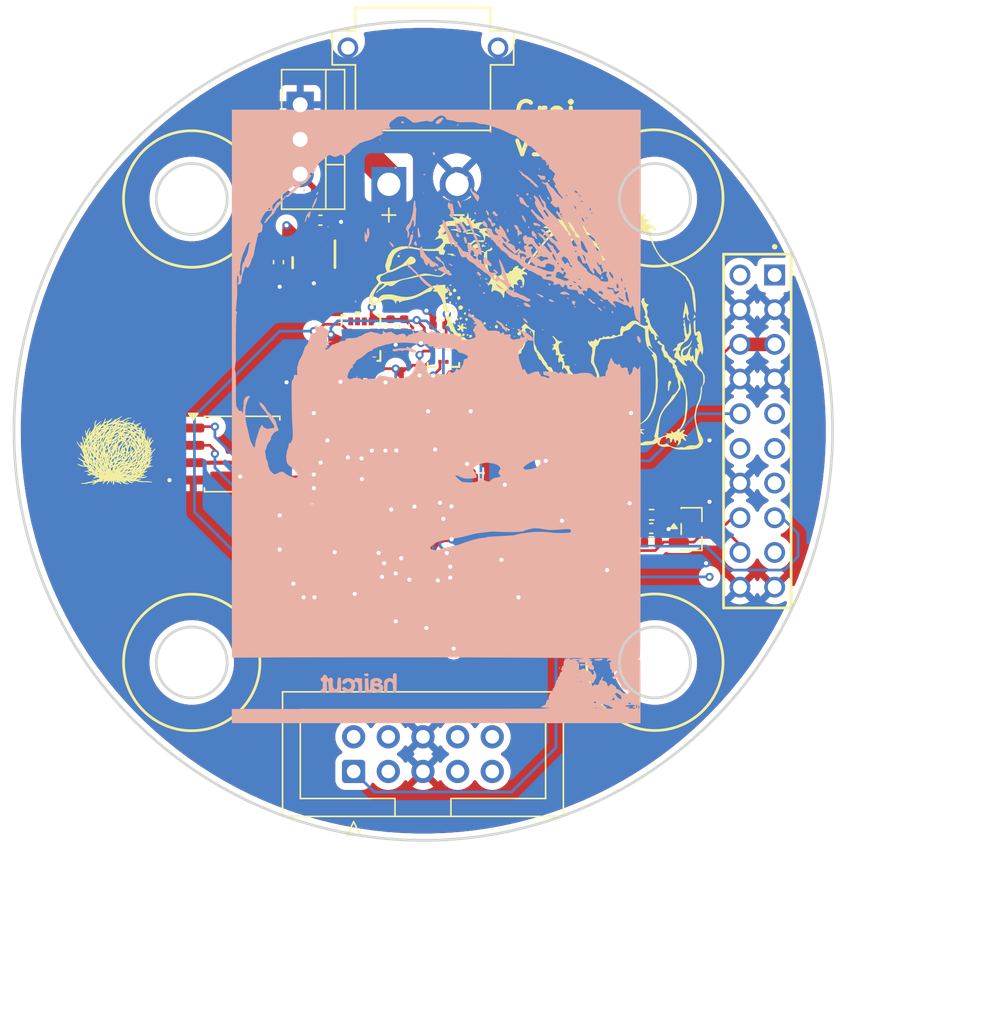
<source format=kicad_pcb>
(kicad_pcb (version 20241229) (generator "pcbnew") (generator_version "9.0")
  (layers (0 "F.Cu" signal) (4 "In1.Cu" signal) (6 "In2.Cu" signal) (2 "B.Cu" signal) (13 "F.Paste" user) (15 "B.Paste" user) (5 "F.SilkS" user "F.Silkscreen") (7 "B.SilkS" user "B.Silkscreen") (1 "F.Mask" user) (3 "B.Mask" user) (25 "Edge.Cuts" user))
  (net 0 "")
  (net 1 "3.3V")
  (net 2 "GND")
  (net 3 "5VLOGIC")
  (net 4 "CAN_out-")
  (net 5 "CAN_out+")
  (net 6 "VBAT")
  (net 8 "CAN-")
  (net 9 "CAN+")
  (net 10 "SWCLK2")
  (net 11 "Flash_CS")
  (net 12 "SPI_MISO")
  (net 13 "SPI_MOSI")
  (net 14 "NRST")
  (net 15 "BME680_CS")
  (net 17 "SWDIO")
  (net 19 "ACCELEROMETER_CS")
  (net 20 "Net-(U3-PF0)")
  (net 28 "Net-(U3-BOOT0)")
  (net 36 "BMP390_CS")
  (net 39 "Net-(U3-PF1)")
  (net 46 "Net-(C26-Pad1)")
  (net 47 "SPICLK")
  (net 52 "IMU_CS")
  (net 66 "Net-(Q1-D)")
  (footprint "Capacitor_SMD:C_0402_1005Metric" (layer "F.Cu") (at 35.686849 53.266247 -90)
    (property "Reference" "C12" (hide yes))
    (property "Value" "10nF" (hide yes))
  )
  (footprint "Capacitor_SMD:C_0402_1005Metric" (layer "F.Cu") (at 46.25 46)
    (property "Reference" "C15" (hide yes))
    (property "Value" "4.7 uF" (hide yes))
  )
  (footprint "footprints:LGA_CC-14-1_ADI" (layer "F.Cu") (at 42.7 41.120901 90)
    (property "Reference" "U2" (hide yes))
    (property "Value" "ADXL375BCCZ" (hide yes))
  )
  (footprint "Capacitor_SMD:C_0402_1005Metric" (layer "F.Cu") (at 39 45)
    (property "Reference" "C6" (hide yes))
    (property "Value" "100 nF" (hide yes))
  )
  (footprint "Capacitor_SMD:C_0402_1005Metric" (layer "F.Cu") (at 46.25 47)
    (property "Reference" "C17" (hide yes))
    (property "Value" "100 nF" (hide yes))
  )
  (footprint "footprints2:XTAL_NX3225GD-8MHZ-STD-CRA-3_NDK" (layer "F.Cu") (at 33.75 50.213314 -90)
    (property "Reference" "XTAL1" (hide yes))
    (property "Value" "NX3225GD-8MHZ-STD-CRA-3" (hide yes))
  )
  (footprint "Capacitor_SMD:C_0402_1005Metric" (layer "F.Cu") (at 34 42.77 -90)
    (property "Reference" "C5" (hide yes))
    (property "Value" "100nF" (hide yes))
  )
  (footprint "Capacitor_SMD:C_0402_1005Metric" (layer "F.Cu") (at 41.48 43.916936)
    (property "Reference" "C3" (hide yes))
    (property "Value" "1uF" (hide yes))
  )
  (footprint "footprints:10LGA_2X2X0p75_BOS" (layer "F.Cu") (at 43.5 36.7126 -90)
    (property "Reference" "U5" (hide yes))
    (property "Value" "BMP390" (hide yes))
  )
  (footprint "Capacitor_SMD:C_0402_1005Metric" (layer "F.Cu") (at 43.827876 56.445652 180)
    (property "Reference" "C8" (hide yes))
    (property "Value" "100 nF" (hide yes))
  )
  (footprint "Capacitor_SMD:C_0402_1005Metric" (layer "F.Cu") (at 58.73 49.7)
    (property "Reference" "C26" (hide yes))
    (property "Value" "47 uF" (hide yes))
  )
  (footprint "Package_SO:SOIC-8_3.9x4.9mm_P1.27mm" (layer "F.Cu") (at 53 49.75)
    (property "Reference" "U8" (hide yes))
    (property "Value" "TJA1051T-3" (hide yes))
  )
  (footprint "Capacitor_SMD:C_0402_1005Metric" (layer "F.Cu") (at 39.623786 34.857426 90)
    (property "Reference" "C9" (hide yes))
    (property "Value" "100nF" (hide yes))
  )
  (footprint "footprints:AMASS_XT30PW-M" (layer "F.Cu") (at 42 14.5)
    (property "Reference" "J2" (hide yes))
    (property "Value" "XT30PW-M" (hide yes))
  )
  (footprint "Capacitor_SMD:C_0402_1005Metric" (layer "F.Cu") (at 31.410129 30.20115 90)
    (property "Reference" "C23" (hide yes))
    (property "Value" "1 uF" (hide yes))
  )
  (footprint "Capacitor_SMD:C_0402_1005Metric" (layer "F.Cu") (at 45.496878 36.523935 -90)
    (property "Reference" "C20" (hide yes))
    (property "Value" "100nF" (hide yes))
  )
  (footprint "Package_SO:SOIC-8_5.3x5.3mm_P1.27mm" (layer "F.Cu") (at 28.75 44.25)
    (property "Reference" "U1" (hide yes))
    (property "Value" "W25Q128JVS" (hide yes))
  )
  (footprint "LOGO" (layer "F.Cu") (at 53 35.5)
    (property "Reference" "G***" (hide yes))
    (property "Value" "LOGO" (hide yes))
  )
  (footprint "Capacitor_SMD:C_0402_1005Metric" (layer "F.Cu") (at 53.25 53 180)
    (property "Reference" "C22" (hide yes))
    (property "Value" "100nF" (hide yes))
  )
  (footprint "Capacitor_SMD:C_0402_1005Metric" (layer "F.Cu") (at 34.411398 53.176884 -90)
    (property "Reference" "C13" (hide yes))
    (property "Value" "100nF" (hide yes))
  )
  (footprint "Capacitor_SMD:C_0402_1005Metric" (layer "F.Cu") (at 48.75 49.75 90)
    (property "Reference" "C25" (hide yes))
    (property "Value" "100nF" (hide yes))
  )
  (footprint "Capacitor_SMD:C_0402_1005Metric" (layer "F.Cu") (at 40.623786 34.857426 90)
    (property "Reference" "C11" (hide yes))
    (property "Value" "1uF" (hide yes))
  )
  (footprint "footprints:SAMTEC_ESQ-110-14-G-D" (layer "F.Cu") (at 66.506247 42.57 90)
    (property "Reference" "J3" (hide yes))
    (property "Value" "ESQ-110-14-G-D" (hide yes))
  )
  (footprint "Capacitor_SMD:C_0402_1005Metric" (layer "F.Cu") (at 32.961013 52.729369 180)
    (property "Reference" "C28" (hide yes))
    (property "Value" "8pF" (hide yes))
  )
  (footprint "Capacitor_SMD:C_0402_1005Metric" (layer "F.Cu") (at 43.822353 57.449454 180)
    (property "Reference" "C7" (hide yes))
    (property "Value" "100 nF" (hide yes))
  )
  (footprint "Package_QFP:LQFP-48_7x7mm_P0.5mm" (layer "F.Cu") (at 41.3375 50.75)
    (property "Reference" "U3" (hide yes))
    (property "Value" "STM32F072C8Tx" (hide yes))
  )
  (footprint "Capacitor_SMD:C_0402_1005Metric" (layer "F.Cu") (at 35.48 54.75)
    (property "Reference" "C10" (hide yes))
    (property "Value" "1uF" (hide yes))
  )
  (footprint "Package_TO_SOT_THT:TO-220-3_Vertical" (layer "F.Cu") (at 33 18.67 -90)
    (property "Reference" "Q1" (hide yes))
    (property "Value" "IPP060N06N" (hide yes))
  )
  (footprint "Resistor_SMD:R_0402_1005Metric" (layer "F.Cu") (at 58.75 50.7)
    (property "Reference" "R7" (hide yes))
    (property "Value" "60Ω" (hide yes))
  )
  (footprint "Capacitor_SMD:C_0402_1005Metric" (layer "F.Cu") (at 34.48062 27.127906)
    (property "Reference" "C21" (hide yes))
    (property "Value" "100nF" (hide yes))
  )
  (footprint "footprints:DBV0005A_M" (layer "F.Cu") (at 34 30.25 -90)
    (property "Reference" "U7" (hide yes))
    (property "Value" "TLV70433DBVT" (hide yes))
  )
  (footprint "Resistor_SMD:R_0402_1005Metric" (layer "F.Cu") (at 58.76 48.7 180)
    (property "Reference" "R6" (hide yes))
    (property "Value" "60Ω" (hide yes))
  )
  (footprint "footprints:LGA-14L_2P5X3X0P83_STM" (layer "F.Cu") (at 37.4563 35.750001 90)
    (property "Reference" "U9" (hide yes))
    (property "Value" "LSM6DSO32TR" (hide yes))
  )
  (footprint "Capacitor_SMD:C_0402_1005Metric" (layer "F.Cu") (at 33.046025 47.735849)
    (property "Reference" "C27" (hide yes))
    (property "Value" "8pF" (hide yes))
  )
  (footprint "Capacitor_SMD:C_0402_1005Metric" (layer "F.Cu") (at 44.338907 43.903285 180)
    (property "Reference" "C1" (hide yes))
    (property "Value" "100nF" (hide yes))
  )
  (footprint "Capacitor_SMD:C_0402_1005Metric" (layer "F.Cu") (at 35.75 47 180)
    (property "Reference" "C4" (hide yes))
    (property "Value" "100 nF" (hide yes))
  )
  (footprint "Resistor_SMD:R_0402_1005Metric" (layer "F.Cu") (at 41.01 45)
    (property "Reference" "R1" (hide yes))
    (property "Value" "10KΩ" (hide yes))
  )
  (footprint "Package_TO_SOT_SMD:SOT-23" (layer "F.Cu") (at 61.6875 49.75)
    (property "Reference" "D2" (hide yes))
    (property "Value" "NUP2105L" (hide yes))
  )
  (footprint "Capacitor_SMD:C_0402_1005Metric" (layer "F.Cu") (at 35.73 46 180)
    (property "Reference" "C2" (hide yes))
    (property "Value" "4.7 uF" (hide yes))
  )
  (footprint "footprints:LGA8_BME680_BOS" (layer "F.Cu") (at 37.757202 41.510301 180)
    (property "Reference" "U4" (hide yes))
    (property "Value" "BME680" (hide yes))
  )
  (footprint "Capacitor_SMD:C_0402_1005Metric" (layer "F.Cu") (at 43.217146 34.817675 180)
    (property "Reference" "C18" (hide yes))
    (property "Value" "100nF" (hide yes))
  )
  (footprint "Capacitor_SMD:C_0402_1005Metric" (layer "F.Cu") (at 47.75 49.75 90)
    (property "Reference" "C24" (hide yes))
    (property "Value" "47 uF" (hide yes))
  )
  (footprint "Connector_IDC:IDC-Header_2x05_P2.54mm_Vertical" (layer "F.Cu") (at 36.92 67.5 90)
    (property "Reference" "J1" (hide yes))
    (property "Value" "JTAG-10 PIN")
  )
  (footprint "Capacitor_SMD:C_0402_1005Metric" (layer "F.Cu") (at 37.766008 39.101667)
    (property "Reference" "C19" (hide yes))
    (property "Value" "100nF" (hide yes))
  )
  (footprint "LOGO" (layer "F.Cu") (at 19.5 44)
    (property "Reference" "G***" (hide yes))
    (property "Value" "LOGO" (hide yes))
  )
  (footprint "LOGO" (layer "B.Cu") (at 43 41.5 180)
    (property "Reference" "G***")
    (property "Value" "LOGO" (hide yes))
  )
  (gr_poly (pts (xy 32.828828 29.271835) (xy 32.75 29) (xy 32.385625 28.703671) (xy 32.75 28.75) (xy 33 29)) (stroke (width 0.2)) (fill yes) (layer "F.Cu") (net 1))
  (gr_poly (pts (xy 40.5 38.25) (xy 40.263543 38.513543) (xy 40.5 38.75)) (stroke (width 0.2)) (fill yes) (layer "F.Cu") (net 12))
  (gr_poly (pts (xy 36.383916 45.800336) (xy 36.66716 46) (xy 36.379273 46.199664)) (stroke (width 0.2)) (fill yes) (layer "F.Cu") (net 1))
  (gr_poly (pts (xy 39.75 38) (xy 40.75 38) (xy 40.263543 38.513543)) (stroke (width 0.2)) (fill yes) (layer "F.Cu") (net 12))
  (gr_poly (pts (xy 34.25 43.75) (xy 33.907263 44.5) (xy 34.602169 44.5)) (stroke (width 0.2)) (fill yes) (layer "F.Cu") (net 47))
  (gr_poly (pts (xy 52.115 50.385) (xy 52.5 50) (xy 52.5 50.75)) (stroke (width 0.2)) (fill yes) (layer "F.Cu") (net 3))
  (gr_poly (pts (xy 38.221368 34.679863) (xy 38.706301 34.356649) (xy 38.206301 34)) (stroke (width 0.2)) (fill yes) (layer "F.Cu") (net 1))
  (gr_poly (pts (xy 35.2063 36.589469) (xy 35.128628 35.343805) (xy 36 35.75)) (stroke (width 0.2)) (fill yes) (layer "F.Cu") (net 47))
  (gr_poly (pts (xy 45.5 48) (xy 46 48) (xy 45.75 47.75)) (stroke (width 0.2)) (fill yes) (layer "F.Cu") (net 1))
  (gr_poly (pts (xy 38.5 45) (xy 38.5 46.5) (xy 37.75 46)) (stroke (width 0.2)) (fill yes) (layer "F.Cu") (net 1))
  (gr_poly (pts (xy 40 44) (xy 41 44) (xy 40.699999 43.451724)) (stroke (width 0.2)) (fill yes) (layer "F.Cu") (net 1))
  (gr_poly (pts (xy 31.804945 27.444843) (xy 31.75 29) (xy 32.046329 28.703671) (xy 33 28.703671) (xy 32.5 27.75)) (stroke (width 0.2)) (fill yes) (layer "F.Cu") (net 1))
  (gr_poly (pts (xy 37.75 44.75) (xy 37.6564 45.4064) (xy 37.350758 45.119527)) (stroke (width 0.2)) (fill yes) (layer "B.Cu") (net 13))
  (gr_poly (pts (xy 35.75 45.25) (xy 35.25 45.75) (xy 36.25 45.75)) (stroke (width 0.2)) (fill yes) (layer "B.Cu") (net 12))
  (gr_poly (pts (xy 37.25 44.09813) (xy 37.75 44.75) (xy 37.350758 45.119527)) (stroke (width 0.2)) (fill yes) (layer "B.Cu") (net 13))
  (gr_circle (center 25.052937 25.575437) (end 30.052937 25.575437) (stroke (width 0.2)) (fill no) (layer "F.SilkS"))
  (gr_circle (center 58.994063 25.5) (end 63.994063 25.5) (stroke (width 0.2)) (fill no) (layer "F.SilkS"))
  (gr_circle (center 58.994063 59.5) (end 63.994063 59.5) (stroke (width 0.2)) (fill no) (layer "F.SilkS"))
  (gr_circle (center 25.052937 59.516563) (end 30.052937 59.516563) (stroke (width 0.2)) (fill no) (layer "F.SilkS"))
  (gr_circle (center 58.994063 25.575437) (end 61.594063 25.575437) (stroke (width 0.2)) (fill no) (layer "Edge.Cuts"))
  (gr_circle (center 42.0235 42.546) (end 72.0235 42.546) (stroke (width 0.2)) (fill no) (layer "Edge.Cuts"))
  (gr_circle (center 58.994063 59.516563) (end 61.594063 59.516563) (stroke (width 0.2)) (fill no) (layer "Edge.Cuts"))
  (gr_circle (center 25.052937 25.575437) (end 27.652937 25.575437) (stroke (width 0.2)) (fill no) (layer "Edge.Cuts"))
  (gr_circle (center 25.052937 59.516563) (end 27.652937 59.516563) (stroke (width 0.2)) (fill no) (layer "Edge.Cuts"))
  (gr_text "Croi\nv1.0" (at 48.5 22.5 0) (layer "F.SilkS") (effects (font (size 1.5 1.5) (thickness 0.3) (bold yes)) (justify left bottom)))
  (gr_text "*" (at 44.5 34.9981 270) (layer "F.SilkS") (effects (font (size 1 1))))
  (gr_text "*" (at 40 43.5 0) (layer "F.SilkS") (effects (font (size 1 1))))
  (gr_text "*" (at 39.95 43.370901 90) (layer "F.SilkS") (effects (font (size 1 1))))
  (segment (start 40.623786 34.377426) (end 38.368576 34.377426) (width 0.2) (layer "F.Cu") (net 1))
  (segment (start 43.697146 34.052854) (end 43.75 34) (width 0.2) (layer "F.Cu") (net 1))
  (segment (start 43.697146 34.817675) (end 43.697146 34.052854) (width 0.2) (layer "F.Cu") (net 1))
  (segment (start 36.21 46) (end 37.43291 46) (width 0.2) (layer "F.Cu") (net 1))
  (segment (start 44.699999 43.784377) (end 44.818907 43.903285) (width 0.2) (layer "F.Cu") (net 1))
  (segment (start 31.432093 29.317907) (end 32.046329 28.703671) (width 0.2) (layer "F.Cu") (net 1))
  (segment (start 37.523996 46.091086) (end 37.523996 45.996004) (width 0.2) (layer "F.Cu") (net 1))
  (segment (start 43.697146 34.817675) (end 43.697146 35.75) (width 0.2) (layer "F.Cu") (net 1))
  (segment (start 35.75 52.761414) (end 35.75 52.653676) (width 0.2) (layer "F.Cu") (net 1))
  (segment (start 36.23 47.48) (end 36.23 47) (width 0.2) (layer "F.Cu") (net 1))
  (segment (start 34 41.25) (end 34 42.29) (width 0.3) (layer "F.Cu") (net 1))
  (segment (start 55.475 52.025) (end 55.475 51.655) (width 0.2) (layer "F.Cu") (net 1))
  (segment (start 38.9563 40.310301) (end 38.9563 40.659096) (width 0.2) (layer "F.Cu") (net 1))
  (segment (start 41.25 36) (end 41.25 35.00364) (width 0.2) (layer "F.Cu") (net 1))
  (segment (start 44.2874 36.212601) (end 45.328212 36.212601) (width 0.2) (layer "F.Cu") (net 1))
  (segment (start 45.328212 36.212601) (end 45.496878 36.043935) (width 0.2) (layer "F.Cu") (net 1))
  (segment (start 35.022398 53.450698) (end 35.022398 54.727602) (width 0.2) (layer "F.Cu") (net 1))
  (segment (start 38.206301 34.539701) (end 38.206301 33.543699) (width 0.2) (layer "F.Cu") (net 1))
  (segment (start 54.5 53) (end 55.475 52.025) (width 0.2) (layer "F.Cu") (net 1))
  (segment (start 36.21 46) (end 36.21 46.98) (width 0.2) (layer "F.Cu") (net 1))
  (segment (start 35.75 52.653676) (end 36.403676 52) (width 0.2) (layer "F.Cu") (net 1))
  (segment (start 37.523996 45.996004) (end 38.52 45) (width 0.2) (layer "F.Cu") (net 1))
  (segment (start 25.1625 44.885) (end 28.115 44.885) (width 0.3) (layer "F.Cu") (net 1))
  (segment (start 44.25 58.5) (end 44.25 56.503528) (width 0.3) (layer "F.Cu") (net 1))
  (segment (start 38.5875 45.0675) (end 38.52 45) (width 0.2) (layer "F.Cu") (net 1))
  (segment (start 44.0875 56.225276) (end 44.307876 56.445652) (width 0.2) (layer "F.Cu") (net 1))
  (segment (start 37.43291 46) (end 37.523996 46.091086) (width 0.2) (layer "F.Cu") (net 1))
  (segment (start 37.357203 39.172862) (end 37.286008 39.101667) (width 0.2) (layer "F.Cu") (net 1))
  (segment (start 35.686849 52.786247) (end 35.022398 53.450698) (width 0.2) (layer "F.Cu") (net 1))
  (segment (start 40.333064 43.916936) (end 41 43.916936) (width 0.2) (layer "F.Cu") (net 1))
  (segment (start 44.25 56.503528) (end 44.307876 56.445652) (width 0.6) (layer "F.Cu") (net 1))
  (segment (start 53.73 53) (end 54.5 53) (width 0.2) (layer "F.Cu") (net 1))
  (segment (start 45.227299 44.977299) (end 45.77 45.52) (width 0.2) (layer "F.Cu") (net 1))
  (segment (start 39.013601 36.851001) (end 40.398999 36.851001) (width 0.2) (layer "F.Cu") (net 1))
  (segment (start 40.258237 43.991763) (end 40.333064 43.916936) (width 0.2) (layer "F.Cu") (net 1))
  (segment (start 45.77 46) (end 45.77 47.73) (width 0.2) (layer "F.Cu") (net 1))
  (segment (start 44.0875 54.9125) (end 44.0875 56.225276) (width 0.2) (layer "F.Cu") (net 1))
  (segment (start 38.9563 40.659096) (end 38.655095 40.960301) (width 0.2) (layer "F.Cu") (net 1))
  (segment (start 38.5875 46.5875) (end 38.5875 45.0675) (width 0.2) (layer "F.Cu") (net 1))
  (segment (start 38.400057 52) (end 37.175 52) (width 0.2) (layer "F.Cu") (net 1))
  (segment (start 38.9563 40.310301) (end 38.9563 39.2937) (width 0.2) (layer "F.Cu") (net 1))
  (segment (start 43.697146 35.75) (end 43.697146 35.872346) (width 0.2) (layer "F.Cu") (net 1))
  (segment (start 34 42.29) (end 32.3925 42.29) (width 0.3) (layer "F.Cu") (net 1))
  (segment (start 40.699999 42.491802) (end 40.699999 43.616935) (width 0.2) (layer "F.Cu") (net 1))
  (segment (start 32.3375 42.345) (end 32.3375 43.615) (width 0.3) (layer "F.Cu") (net 1))
  (segment (start 45.77 45.52) (end 45.77 46) (width 0.2) (layer "F.Cu") (net 1))
  (segment (start 28.115 44.885) (end 29.385 43.615) (width 0.3) (layer "F.Cu") (net 1))
  (segment (start 32.3925 42.29) (end 32.3375 42.345) (width 0.2) (layer "F.Cu") (net 1))
  (segment (start 38.206301 33.543699) (end 38.25 33.5) (width 0.2) (layer "F.Cu") (net 1))
  (segment (start 45.77 47.73) (end 45.5 48) (width 0.2) (layer "F.Cu") (net 1))
  (segment (start 38.650057 52.25) (end 38.400057 52) (width 0.2) (layer "F.Cu") (net 1))
  (segment (start 45.227299 44.977299) (end 44.818907 44.568907) (width 0.2) (layer "F.Cu") (net 1))
  (segment (start 37.357203 40.311203) (end 37.357203 39.172862) (width 0.2) (layer "F.Cu") (net 1))
  (segment (start 36.21 46.98) (end 36.23 47) (width 0.2) (layer "F.Cu") (net 1))
  (segment (start 29.385 43.615) (end 32.3375 43.615) (width 0.3) (layer "F.Cu") (net 1))
  (segment (start 31.432093 29.705404) (end 31.432093 29.317907) (width 0.2) (layer "F.Cu") (net 1))
  (segment (start 35.022398 54.727602) (end 35 54.75) (width 0.2) (layer "F.Cu") (net 1))
  (segment (start 44.307876 57.443931) (end 44.302353 57.449454) (width 0.2) (layer "F.Cu") (net 1))
  (segment (start 33.050002 28.550002) (end 32 27.5) (width 0.6) (layer "F.Cu") (net 1))
  (segment (start 37.7063 40.960301) (end 37.357203 40.611204) (width 0.2) (layer "F.Cu") (net 1))
  (segment (start 33.050002 28.774999) (end 33.050002 28.550002) (width 0.2) (layer "F.Cu") (net 1))
  (segment (start 32.046329 28.703671) (end 32.978674 28.703671) (width 0.2) (layer "F.Cu") (net 1))
  (segment (start 40.398999 36.851001) (end 41.25 36) (width 0.2) (layer "F.Cu") (net 1))
  (segment (start 38.4126 36.25) (end 39.013601 36.851001) (width 0.2) (layer "F.Cu") (net 1))
  (segment (start 37.175 48) (end 36.75 48) (width 0.2) (layer "F.Cu") (net 1))
  (segment (start 40.699999 43.616935) (end 41 43.916936) (width 0.2) (layer "F.Cu") (net 1))
  (segment (start 43.697146 35.872346) (end 43.75 35.9252) (width 0.2) (layer "F.Cu") (net 1))
  (segment (start 44.818907 44.568907) (end 44.818907 43.903285) (width 0.2) (layer "F.Cu") (net 1))
  (segment (start 44.159747 36.212601) (end 43.697146 35.75) (width 0.2) (layer "F.Cu") (net 1))
  (segment (start 37.357203 40.611204) (end 37.357203 40.311203) (width 0.2) (layer "F.Cu") (net 1))
  (segment (start 36.75 48) (end 36.23 47.48) (width 0.2) (layer "F.Cu") (net 1))
  (segment (start 38.368576 34.377426) (end 38.206301 34.539701) (width 0.2) (layer "F.Cu") (net 1))
  (segment (start 38.9563 39.2937) (end 39.25 39) (width 0.2) (layer "F.Cu") (net 1))
  (segment (start 39.15 52.25) (end 38.650057 52.25) (width 0.2) (layer "F.Cu") (net 1))
  (segment (start 38.655095 40.960301) (end 37.7063 40.960301) (width 0.2) (layer "F.Cu") (net 1))
  (segment (start 44.2874 36.212601) (end 44.159747 36.212601) (width 0.2) (layer "F.Cu") (net 1))
  (segment (start 44.307876 56.445652) (end 44.307876 57.443931) (width 0.2) (layer "F.Cu") (net 1))
  (segment (start 41.25 35.00364) (end 40.623786 34.377426) (width 0.2) (layer "F.Cu") (net 1))
  (segment (start 32.978674 28.703671) (end 33.050002 28.774999) (width 0.2) (layer "F.Cu") (net 1))
  (segment (start 40.04996 43.991763) (end 40.258237 43.991763) (width 0.2) (layer "F.Cu") (net 1))
  (segment (start 44.699999 42.491802) (end 44.699999 43.784377) (width 0.2) (layer "F.Cu") (net 1))
  (segment (start 36.403676 52) (end 37.175 52) (width 0.2) (layer "F.Cu") (net 1))
  (via (at 39.25 39) (size 0.6) (drill 0.3) (layers "F.Cu" "B.Cu") (net 1))
  (via (at 34 41.25) (size 0.6) (drill 0.3) (layers "F.Cu" "B.Cu") (net 1))
  (via (at 43.75 34) (size 0.6) (drill 0.3) (layers "F.Cu" "B.Cu") (net 1))
  (via (at 45.227299 44.977299) (size 0.6) (drill 0.3) (layers "F.Cu" "B.Cu") (net 1))
  (via (at 37.523996 46.091086) (size 0.6) (drill 0.3) (layers "F.Cu" "B.Cu") (net 1))
  (via (at 32 27.5) (size 0.6) (drill 0.3) (layers "F.Cu" "B.Cu") (net 1))
  (via (at 40.04996 43.991763) (size 0.6) (drill 0.3) (layers "F.Cu" "B.Cu") (net 1))
  (via (at 44.25 58.5) (size 0.6) (drill 0.3) (layers "F.Cu" "B.Cu") (net 1))
  (via (at 39.15 52.25) (size 0.6) (drill 0.3) (layers "F.Cu" "B.Cu") (net 1))
  (via (at 38.25 33.5) (size 0.6) (drill 0.3) (layers "F.Cu" "B.Cu") (net 1))
  (via (at 55.5 52.75) (size 0.6) (drill 0.3) (layers "F.Cu" "B.Cu") (net 1))
  (segment (start 44.2874 37.212599) (end 44.2874 36.7126) (width 0.2) (layer "F.Cu") (net 2))
  (segment (start 41.5 43.456936) (end 41.96 43.916936) (width 0.2) (layer "F.Cu") (net 2))
  (segment (start 42.623149 36.12315) (end 42.7126 36.212601) (width 0.2) (layer "F.Cu") (net 2))
  (segment (start 43.9 43.862192) (end 43.858907 43.903285) (width 0.2) (layer "F.Cu") (net 2))
  (segment (start 41.850759 36.12315) (end 42.623149 36.12315) (width 0.2) (layer "F.Cu") (net 2))
  (segment (start 46.73 48.27) (end 46.5 48.5) (width 0.2) (layer "F.Cu") (net 2))
  (segment (start 43.5875 56.206028) (end 43.347876 56.445652) (width 0.2) (layer "F.Cu") (net 2))
  (segment (start 43.347876 57.443931) (end 43.342353 57.449454) (width 0.2) (layer "F.Cu") (net 2))
  (segment (start 38.4126 35.250002) (end 38.4126 35.750001) (width 0.2) (layer "F.Cu") (net 2))
  (segment (start 46.5 48.5) (end 45.5 48.5) (width 0.2) (layer "F.Cu") (net 2))
  (segment (start 38.9563 43.7063) (end 39.25 44) (width 0.2) (layer "F.Cu") (net 2))
  (segment (start 43.5875 54.9125) (end 43.5875 56.206028) (width 0.2) (layer "F.Cu") (net 2))
  (segment (start 45.205543 36.7126) (end 45.496878 37.003935) (width 0.2) (layer "F.Cu") (net 2))
  (segment (start 41.5 42.491802) (end 41.5 43.456936) (width 0.2) (layer "F.Cu") (net 2))
  (segment (start 38.500024 35.337426) (end 38.4126 35.250002) (width 0.2) (layer "F.Cu") (net 2))
  (segment (start 60 49.75) (end 59.26 49.75) (width 0.2) (layer "F.Cu") (net 2))
  (segment (start 39.0875 45.3925) (end 39.48 45) (width 0.2) (layer "F.Cu") (net 2))
  (segment (start 38.157201 40.311203) (end 38.157201 39.190474) (width 0.2) (layer "F.Cu") (net 2))
  (segment (start 59.26 49.75) (end 59.21 49.7) (width 0.2) (layer "F.Cu") (net 2))
  (segment (start 38.157201 39.190474) (end 38.246008 39.101667) (width 0.2) (layer "F.Cu") (net 2))
  (segment (start 35.686849 54.476849) (end 35.96 54.75) (width 0.2) (layer "F.Cu") (net 2))
  (segment (start 42.737146 34.237146) (end 42.25 33.75) (width 0.2) (layer "F.Cu") (net 2))
  (segment (start 43.9 42.491802) (end 43.9 43.862192) (width 0.2) (layer "F.Cu") (net 2))
  (segment (start 35.25 46) (end 35.25 46.98) (width 0.2) (layer "F.Cu") (net 2))
  (segment (start 39.0875 46.5875) (end 39.0875 45.3925) (width 0.2) (layer "F.Cu") (net 2))
  (segment (start 50.37 49.27) (end 50.525 49.115) (width 0.2) (layer "F.Cu") (net 2))
  (segment (start 47.75 49.27) (end 50.37 49.27) (width 0.2) (layer "F.Cu") (net 2))
  (segment (start 46.73 46) (end 46.73 48.27) (width 0.2) (layer "F.Cu") (net 2))
  (segment (start 40.623786 35.337426) (end 38.500024 35.337426) (width 0.2) (layer "F.Cu") (net 2))
  (segment (start 60 49.75) (end 62.625 49.75) (width 0.2) (layer "F.Cu") (net 2))
  (segment (start 38.75 51.5) (end 37.175 51.5) (width 0.2) (layer "F.Cu") (net 2))
  (segment (start 42.737146 34.817675) (end 42.737146 34.237146) (width 0.2) (layer "F.Cu") (net 2))
  (segment (start 35.25 46.98) (end 35.27 47) (width 0.2) (layer "F.Cu") (net 2))
  (segment (start 43.347876 56.445652) (end 43.347876 57.443931) (width 0.2) (layer "F.Cu") (net 2))
  (segment (start 35.686849 53.746247) (end 35.686849 54.476849) (width 0.2) (layer "F.Cu") (net 2))
  (segment (start 38.9563 42.710301) (end 38.9563 43.7063) (width 0.2) (layer "F.Cu") (net 2))
  (segment (start 42.7126 34.842221) (end 42.737146 34.817675) (width 0.2) (layer "F.Cu") (net 2))
  (segment (start 44.2874 36.7126) (end 45.205543 36.7126) (width 0.2) (layer "F.Cu") (net 2))
  (via (at 38.75 51.5) (size 0.6) (drill 0.3) (layers "F.Cu" "B.Cu") (net 2))
  (via (at 47.75 52) (size 0.6) (drill 0.3) (layers "F.Cu" "B.Cu") (net 2))
  (via (at 35 43.25) (size 0.6) (drill 0.3) (layers "F.Cu" "B.Cu") (net 2))
  (via (at 39.670635 48.311254) (size 0.6) (drill 0.3) (layers "F.Cu" "B.Cu") (net 2))
  (via (at 48 46.5) (size 0.6) (drill 0.3) (layers "F.Cu" "B.Cu") (net 2))
  (via (at 63 43.25) (size 0.6) (drill 0.3) (layers "F.Cu" "B.Cu") (net 2))
  (via (at 23.420179 46.16334) (size 0.6) (drill 0.3) (layers "F.Cu" "B.Cu") (net 2))
  (via (at 42.892983 43.920663) (size 0.6) (drill 0.3) (layers "F.Cu" "B.Cu") (net 2))
  (via (at 34 31.75) (size 0.6) (drill 0.3) (layers "F.Cu" "B.Cu") (net 2))
  (via (at 36 27.25) (size 0.6) (drill 0.3) (layers "F.Cu" "B.Cu") (net 2))
  (via (at 28.602338 45.89856) (size 0.6) (drill 0.3) (layers "F.Cu" "B.Cu") (net 2))
  (via (at 31.5 48.75) (size 0.6) (drill 0.3) (layers "F.Cu" "B.Cu") (net 2))
  (via (at 42.25 57) (size 0.6) (drill 0.3) (layers "F.Cu" "B.Cu") (net 2))
  (via (at 40 36.25) (size 0.6) (drill 0.3) (layers "F.Cu" "B.Cu") (net 2))
  (via (at 42.25 33.75) (size 0.6) (drill 0.3) (layers "F.Cu" "B.Cu") (net 2))
  (via (at 34 46.75) (size 0.6) (drill 0.3) (layers "F.Cu" "B.Cu") (net 2))
  (via (at 62.75 52.25) (size 0.6) (drill 0.3) (layers "F.Cu" "B.Cu") (net 2))
  (via (at 57.25 41.25) (size 0.6) (drill 0.3) (layers "F.Cu" "B.Cu") (net 2))
  (via (at 63 47.75) (size 0.6) (drill 0.3) (layers "F.Cu" "B.Cu") (net 2))
  (via (at 35.5365 51.445805) (size 0.6) (drill 0.3) (layers "F.Cu" "B.Cu") (net 2))
  (via (at 40.403656 51.886442) (size 0.6) (drill 0.3) (layers "F.Cu" "B.Cu") (net 2))
  (via (at 31.5 32) (size 0.6) (drill 0.3) (layers "F.Cu" "B.Cu") (net 2))
  (via (at 41.850759 36.12315) (size 0.6) (drill 0.3) (layers "F.Cu" "B.Cu") (net 2))
  (via (at 35.9563 38.960301) (size 0.6) (drill 0.3) (layers "F.Cu" "B.Cu") (net 2))
  (via (at 34.050003 54.75) (size 0.6) (drill 0.3) (layers "F.Cu" "B.Cu") (net 2))
  (via (at 60 49.75) (size 0.6) (drill 0.3) (layers "F.Cu" "B.Cu") (net 2))
  (via (at 32 39) (size 0.6) (drill 0.3) (layers "F.Cu" "B.Cu") (net 2))
  (via (at 36.5 44.5) (size 0.6) (drill 0.3) (layers "F.Cu" "B.Cu") (net 2))
  (via (at 44.1 50.5) (size 0.6) (drill 0.3) (layers "F.Cu" "B.Cu") (net 2))
  (via (at 32.5 53.75) (size 0.6) (drill 0.3) (layers "F.Cu" "B.Cu") (net 2))
  (via (at 31.5 51.25) (size 0.6) (drill 0.3) (layers "F.Cu" "B.Cu") (net 2))
  (via (at 57.141744 47.858541) (size 0.6) (drill 0.3) (layers "F.Cu" "B.Cu") (net 2))
  (via (at 52.183935 49.137935) (size 0.6) (drill 0.3) (layers "F.Cu" "B.Cu") (net 2))
  (via (at 41.377745 48.101408) (size 0.6) (drill 0.3) (layers "F.Cu" "B.Cu") (net 2))
  (via (at 39.25 44) (size 0.6) (drill 0.3) (layers "F.Cu" "B.Cu") (net 2))
  (via (at 37 54.5) (size 0.6) (drill 0.3) (layers "F.Cu" "B.Cu") (net 2))
  (segment (start 52.77 53) (end 52.77 51.02) (width 0.2) (layer "F.Cu") (net 3))
  (segment (start 52.115 50.385) (end 50.525 50.385) (width 0.2) (layer "F.Cu") (net 3))
  (segment (start 47.75 50.23) (end 50.37 50.23) (width 0.2) (layer "F.Cu") (net 3))
  (segment (start 65.236247 36.22) (end 67.776247 36.22) (width 1) (layer "F.Cu") (net 3))
  (segment (start 53 47.9) (end 65.236247 35.663753) (width 0.2) (layer "F.Cu") (net 3))
  (segment (start 52.135 50.385) (end 52.115 50.385) (width 0.2) (layer "F.Cu") (net 3))
  (segment (start 53 49.5) (end 53 47.9) (width 0.2) (layer "F.Cu") (net 3))
  (segment (start 52.115 50.385) (end 53 49.5) (width 0.2) (layer "F.Cu") (net 3))
  (segment (start 50.37 50.23) (end 50.525 50.385) (width 0.2) (layer "F.Cu") (net 3))
  (segment (start 52.77 51.02) (end 52.135 50.385) (width 0.2) (layer "F.Cu") (net 3))
  (segment (start 64.307494 49.975) (end 65.236247 50.903753) (width 0.2) (layer "F.Cu") (net 4))
  (segment (start 59.643749 50.7) (end 59.022749 51.321) (width 0.2) (layer "F.Cu") (net 4))
  (segment (start 57.025 49.975) (end 56.615 50.385) (width 0.2) (layer "F.Cu") (net 4))
  (segment (start 57.394 49.975) (end 57.025 49.975) (width 0.2) (layer "F.Cu") (net 4))
  (segment (start 63.403468 50.351) (end 63.779468 49.975) (width 0.2) (layer "F.Cu") (net 4))
  (segment (start 60.75 50.7) (end 61.856251 50.7) (width 0.2) (layer "F.Cu") (net 4))
  (segment (start 59.022749 51.321) (end 57.92066 51.321) (width 0.2) (layer "F.Cu") (net 4))
  (segment (start 57.669 51.06934) (end 57.669 50.25) (width 0.2) (layer "F.Cu") (net 4))
  (segment (start 60.75 50.7) (end 59.643749 50.7) (width 0.2) (layer "F.Cu") (net 4))
  (segment (start 62.205251 50.351) (end 63.403468 50.351) (width 0.2) (layer "F.Cu") (net 4))
  (segment (start 61.856251 50.7) (end 62.205251 50.351) (width 0.2) (layer "F.Cu") (net 4))
  (segment (start 56.615 50.385) (end 55.475 50.385) (width 0.2) (layer "F.Cu") (net 4))
  (segment (start 57.669 50.25) (end 57.394 49.975) (width 0.2) (layer "F.Cu") (net 4))
  (segment (start 57.92066 51.321) (end 57.669 51.06934) (width 0.2) (layer "F.Cu") (net 4))
  (segment (start 63.779468 49.975) (end 64.307494 49.975) (width 0.2) (layer "F.Cu") (net 4))
  (segment (start 64.190968 49.409032) (end 65.236247 48.363753) (width 0.2) (layer "F.Cu") (net 5))
  (segment (start 57.475 49.525) (end 57.025 49.525) (width 0.2) (layer "F.Cu") (net 5))
  (segment (start 56.615 49.115) (end 55.475 49.115) (width 0.2) (layer "F.Cu") (net 5))
  (segment (start 57.025 49.525) (end 56.615 49.115) (width 0.2) (layer "F.Cu") (net 5))
  (segment (start 63.6635 49.409032) (end 64.190968 49.409032) (width 0.2) (layer "F.Cu") (net 5))
  (segment (start 61.856251 48.8) (end 62.205251 49.149) (width 0.2) (layer "F.Cu") (net 5))
  (segment (start 63.403468 49.149) (end 63.6635 49.409032) (width 0.2) (layer "F.Cu") (net 5))
  (segment (start 60.75 48.8) (end 59.643749 48.8) (width 0.2) (layer "F.Cu") (net 5))
  (segment (start 57.921 48.079) (end 57.669 48.331) (width 0.2) (layer "F.Cu") (net 5))
  (segment (start 57.669 48.331) (end 57.669 49.331) (width 0.2) (layer "F.Cu") (net 5))
  (segment (start 59.643749 48.8) (end 58.922749 48.079) (width 0.2) (layer "F.Cu") (net 5))
  (segment (start 65.236247 48.363753) (end 64.569951 49.030049) (width 0.2) (layer "F.Cu") (net 5))
  (segment (start 60.75 48.8) (end 61.856251 48.8) (width 0.2) (layer "F.Cu") (net 5))
  (segment (start 62.205251 49.149) (end 63.403468 49.149) (width 0.2) (layer "F.Cu") (net 5))
  (segment (start 57.669 49.331) (end 57.475 49.525) (width 0.2) (layer "F.Cu") (net 5))
  (segment (start 58.922749 48.079) (end 57.921 48.079) (width 0.2) (layer "F.Cu") (net 5))
  (segment (start 33 23.75) (end 34 24.75) (width 0.4) (layer "F.Cu") (net 6))
  (segment (start 34 24.75) (end 34 28.774999) (width 0.4) (layer "F.Cu") (net 6))
  (segment (start 47.311 50.811) (end 48.218499 50.811) (width 0.2) (layer "F.Cu") (net 8))
  (segment (start 49.062499 51.655) (end 50.525 51.655) (width 0.2) (layer "F.Cu") (net 8))
  (segment (start 45.5 50) (end 46.5 50) (width 0.2) (layer "F.Cu") (net 8))
  (segment (start 46.5 50) (end 47.311 50.811) (width 0.2) (layer "F.Cu") (net 8))
  (segment (start 48.218499 50.811) (end 49.062499 51.655) (width 0.2) (layer "F.Cu") (net 8))
  (segment (start 47.39345 48.689) (end 46.631251 49.451199) (width 0.2) (layer "F.Cu") (net 9))
  (segment (start 50.525 47.845) (end 49.062499 47.845) (width 0.2) (layer "F.Cu") (net 9))
  (segment (start 49.062499 47.845) (end 48.218499 48.689) (width 0.2) (layer "F.Cu") (net 9))
  (segment (start 46.631251 49.451199) (end 46.58245 49.5) (width 0.2) (layer "F.Cu") (net 9))
  (segment (start 46.58245 49.5) (end 45.5 49.5) (width 0.2) (layer "F.Cu") (net 9))
  (segment (start 48.218499 48.689) (end 47.39345 48.689) (width 0.2) (layer "F.Cu") (net 9))
  (segment (start 44.0875 48.0875) (end 44.0875 46.5875) (width 0.2) (layer "F.Cu") (net 10))
  (via (at 51 44.75) (size 0.6) (drill 0.3) (layers "F.Cu" "B.Cu") (net 10))
  (via (at 44.0875 48.0875) (size 0.6) (drill 0.3) (layers "F.Cu" "B.Cu") (net 10))
  (segment (start 58.623612 44.75) (end 62.073612 41.3) (width 0.2) (layer "B.Cu") (net 10))
  (segment (start 51 44.75) (end 58.623612 44.75) (width 0.2) (layer "B.Cu") (net 10))
  (segment (start 62.073612 41.3) (end 65.236247 41.3) (width 0.2) (layer "B.Cu") (net 10))
  (segment (start 45.451 53.451) (end 45.5 53.5) (width 0.2) (layer "F.Cu") (net 11))
  (segment (start 44.050003 53.25) (end 44.478676 53.25) (width 0.2) (layer "F.Cu") (net 11))
  (segment (start 44.679676 53.451) (end 45.451 53.451) (width 0.2) (layer "F.Cu") (net 11))
  (segment (start 25.2575 42.25) (end 25.1625 42.345) (width 0.2) (layer "F.Cu") (net 11))
  (segment (start 26.75 42.25) (end 25.2575 42.25) (width 0.2) (layer "F.Cu") (net 11))
  (segment (start 44 53.300003) (end 44.050003 53.25) (width 0.2) (layer "F.Cu") (net 11))
  (segment (start 44.478676 53.25) (end 44.679676 53.451) (width 0.2) (layer "F.Cu") (net 11))
  (via (at 26.75 42.25) (size 0.6) (drill 0.3) (layers "F.Cu" "B.Cu") (net 11))
  (via (at 44 53.300003) (size 0.6) (drill 0.3) (layers "F.Cu" "B.Cu") (net 11))
  (segment (start 34.941181 51.191181) (end 26.75 43) (width 0.2) (layer "B.Cu") (net 11))
  (segment (start 44 53.300003) (end 43.726687 53.300003) (width 0.2) (layer "B.Cu") (net 11))
  (segment (start 41.248943 54.501057) (end 41.248943 54.501737) (width 0.2) (layer "B.Cu") (net 11))
  (segment (start 43.689621 53.261524) (end 43.337564 52.909467) (width 0.2) (layer "B.Cu") (net 11))
  (segment (start 42.487621 53.261524) (end 42.487621 53.262379) (width 0.2) (layer "B.Cu") (net 11))
  (segment (start 41.248943 54.501737) (end 41.00068 54.75) (width 0.2) (layer "B.Cu") (net 11))
  (segment (start 38 53.75) (end 37.5 53.75) (width 0.2) (layer "B.Cu") (net 11))
  (segment (start 42.487621 53.262379) (end 41.248943 54.501057) (width 0.2) (layer "B.Cu") (net 11))
  (segment (start 26.75 43) (end 26.75 42.25) (width 0.2) (layer "B.Cu") (net 11))
  (segment (start 43.337564 52.909467) (end 42.839678 52.909467) (width 0.2) (layer "B.Cu") (net 11))
  (segment (start 43.726687 53.300003) (end 43.689621 53.262937) (width 0.2) (layer "B.Cu") (net 11))
  (segment (start 35.785443 52.046805) (end 35.287557 52.046805) (width 0.2) (layer "B.Cu") (net 11))
  (segment (start 37.5 53.75) (end 35.791124 52.041124) (width 0.2) (layer "B.Cu") (net 11))
  (segment (start 42.839678 52.909467) (end 42.487621 53.261524) (width 0.2) (layer "B.Cu") (net 11))
  (segment (start 34.9355 51.694748) (end 34.9355 51.196862) (width 0.2) (layer "B.Cu") (net 11))
  (segment (start 43.689621 53.262937) (end 43.689621 53.261524) (width 0.2) (layer "B.Cu") (net 11))
  (segment (start 35.791124 52.041124) (end 35.785443 52.046805) (width 0.2) (layer "B.Cu") (net 11))
  (segment (start 41.00068 54.75) (end 39 54.75) (width 0.2) (layer "B.Cu") (net 11))
  (segment (start 34.9355 51.196862) (end 34.941181 51.191181) (width 0.2) (layer "B.Cu") (net 11))
  (segment (start 35.287557 52.046805) (end 34.9355 51.694748) (width 0.2) (layer "B.Cu") (net 11))
  (segment (start 39 54.75) (end 38 53.75) (width 0.2) (layer "B.Cu") (net 11))
  (segment (start 40.700001 38.950001) (end 40.625 38.875) (width 0.2) (layer "F.Cu") (net 12))
  (segment (start 40 53) (end 40.0875 53.0875) (width 0.2) (layer "F.Cu") (net 12))
  (segment (start 41 38) (end 40 38) (width 0.2) (layer "F.Cu") (net 12))
  (segment (start 33.595 46.155) (end 34 45.75) (width 0.2) (layer "F.Cu") (net 12))
  (segment (start 41.25 37.75) (end 41 38) (width 0.2) (layer "F.Cu") (net 12))
  (segment (start 32.3375 46.155) (end 33.595 46.155) (width 0.2) (layer "F.Cu") (net 12))
  (segment (start 40.0875 53.0875) (end 40.0875 54.9125) (width 0.2) (layer "F.Cu") (net 12))
  (segment (start 40.700001 39.75) (end 40.700001 38.950001) (width 0.2) (layer "F.Cu") (net 12))
  (segment (start 36.706299 40.162106) (end 36.558104 40.310301) (width 0.2) (layer "F.Cu") (net 12))
  (segment (start 36.706299 36.960301) (end 36.706299 40.162106) (width 0.2) (layer "F.Cu") (net 12))
  (segment (start 42.175199 37.75) (end 41.25 37.75) (width 0.2) (layer "F.Cu") (net 12))
  (segment (start 40 38) (end 39.75 38) (width 0.2) (layer "F.Cu") (net 12))
  (segment (start 39.75 38) (end 36.706299 38) (width 0.2) (layer "F.Cu") (net 12))
  (segment (start 42.7126 37.212599) (end 42.175199 37.75) (width 0.2) (layer "F.Cu") (net 12))
  (segment (start 40.625 38.875) (end 39.75 38) (width 0.2) (layer "F.Cu") (net 12))
  (via (at 40 53) (size 0.6) (drill 0.3) (layers "F.Cu" "B.Cu") (net 12))
  (via (at 34 45.75) (size 0.6) (drill 0.3) (layers "F.Cu" "B.Cu") (net 12))
  (via (at 40 38) (size 0.6) (drill 0.3) (layers "F.Cu" "B.Cu") (net 12))
  (segment (start 40 39) (end 40 38) (width 0.2) (layer "B.Cu") (net 12))
  (segment (start 35.75 43.25) (end 40 39) (width 0.2) (layer "B.Cu") (net 12))
  (segment (start 34 45.75) (end 36.25 45.75) (width 0.2) (layer "B.Cu") (net 12))
  (segment (start 39.75 49.25) (end 36.25 45.75) (width 0.2) (layer "B.Cu") (net 12))
  (segment (start 36.25 45.75) (end 35.75 45.25) (width 0.2) (layer "B.Cu") (net 12))
  (segment (start 40 53) (end 39.75 52.75) (width 0.2) (layer "B.Cu") (net 12))
  (segment (start 35.75 45.25) (end 35.75 43.25) (width 0.2) (layer "B.Cu") (net 12))
  (segment (start 39.75 52.75) (end 39.75 49.25) (width 0.2) (layer "B.Cu") (net 12))
  (segment (start 37.350758 43.613648) (end 37.357203 43.607203) (width 0.2) (layer "F.Cu") (net 13))
  (segment (start 42.0374 36.7126) (end 41.75 37) (width 0.2) (layer "F.Cu") (net 13))
  (segment (start 37.357203 43.607203) (end 37.357203 42.709399) (width 0.2) (layer "F.Cu") (net 13))
  (segment (start 37.350758 44.232057) (end 37.350758 43.613648) (width 0.2) (layer "F.Cu") (net 13))
  (segment (start 42.7126 36.7126) (end 42.0374 36.7126) (width 0.2) (layer "F.Cu") (net 13))
  (segment (start 26.75 44.235) (end 26.75 43.98) (width 0.2) (layer "F.Cu") (net 13))
  (segment (start 40.610232 53.846471) (end 40.610232 54.889768) (width 0.2) (layer "F.Cu") (net 13))
  (segment (start 40 56.5) (end 40.25 56.5) (width 0.2) (layer "F.Cu") (net 13))
  (segment (start 26.385 43.615) (end 25.1625 43.615) (width 0.2) (layer "F.Cu") (net 13))
  (segment (start 41 53.456703) (end 40.610232 53.846471) (width 0.2) (layer "F.Cu") (net 13))
  (segment (start 26.75 43.98) (end 26.385 43.615) (width 0.2) (layer "F.Cu") (net 13))
  (segment (start 40.25 56.5) (end 40.5875 56.1625) (width 0.2) (layer "F.Cu") (net 13))
  (segment (start 40.610232 54.889768) (end 40.5875 54.9125) (width 0.2) (layer "F.Cu") (net 13))
  (segment (start 37.5 44.381299) (end 37.350758 44.232057) (width 0.2) (layer "F.Cu") (net 13))
  (segment (start 41.5 39.75) (end 41.5 38.75) (width 0.2) (layer "F.Cu") (net 13))
  (segment (start 41.5 38.75) (end 41.75 38.5) (width 0.2) (layer "F.Cu") (net 13))
  (segment (start 37.5 44.57214) (end 37.5 44.381299) (width 0.2) (layer "F.Cu") (net 13))
  (segment (start 40.5875 56.1625) (end 40.5875 54.9125) (width 0.2) (layer "F.Cu") (net 13))
  (via (at 26.75 44.235) (size 0.6) (drill 0.3) (layers "F.Cu" "B.Cu") (net 13))
  (via (at 40 56.5) (size 0.6) (drill 0.3) (layers "F.Cu" "B.Cu") (net 13))
  (via (at 41.75 37) (size 0.6) (drill 0.3) (layers "F.Cu" "B.Cu") (net 13))
  (via (at 37.5 44.57214) (size 0.6) (drill 0.3) (layers "F.Cu" "B.Cu") (net 13))
  (via (at 41 53.456703) (size 0.6) (drill 0.3) (layers "F.Cu" "B.Cu") (net 13))
  (via (at 41.75 38.5) (size 0.6) (drill 0.3) (layers "F.Cu" "B.Cu") (net 13))
  (segment (start 26.75 45.25) (end 38 56.5) (width 0.2) (layer "B.Cu") (net 13))
  (segment (start 37.5 44.762981) (end 37.350758 44.912223) (width 0.2) (layer "B.Cu") (net 13))
  (segment (start 37.561052 45.114327) (end 37.550379 45.125) (width 0.2) (layer "B.Cu") (net 13))
  (segment (start 41 48.75) (end 41 51.632843) (width 0.2) (layer "B.Cu") (net 13))
  (segment (start 41 52.140041) (end 41 53.456703) (width 0.2) (layer "B.Cu") (net 13))
  (segment (start 41.004656 52.135385) (end 41 52.140041) (width 0.2) (layer "B.Cu") (net 13))
  (segment (start 41.004656 51.637499) (end 41.004656 52.135385) (width 0.2) (layer "B.Cu") (net 13))
  (segment (start 39.5 40.75) (end 41.75 38.5) (width 0.2) (layer "B.Cu") (net 13))
  (segment (start 38 56.5) (end 40 56.5) (width 0.2) (layer "B.Cu") (net 13))
  (segment (start 37.5 44.57214) (end 37.5 44.762981) (width 0.2) (layer "B.Cu") (net 13))
  (segment (start 37.25 42.5) (end 39 40.75) (width 0.2) (layer "B.Cu") (net 13))
  (segment (start 37.561052 44.62438) (end 37.561052 45.114327) (width 0.2) (layer "B.Cu") (net 13))
  (segment (start 37.620339 44.57214) (end 37.25 44.201801) (width 0.2) (layer "B.Cu") (net 13))
  (segment (start 41.75 37) (end 41.75 38.5) (width 0.2) (layer "B.Cu") (net 13))
  (segment (start 41 51.632843) (end 41.004656 51.637499) (width 0.2) (layer "B.Cu") (net 13))
  (segment (start 37.25 44.201801) (end 37.25 42.5) (width 0.2) (layer "B.Cu") (net 13))
  (segment (start 26.75 44.235) (end 26.75 45.25) (width 0.2) (layer "B.Cu") (net 13))
  (segment (start 39 40.75) (end 39.5 40.75) (width 0.2) (layer "B.Cu") (net 13))
  (segment (start 37.550379 45.125) (end 37.550379 45.300379) (width 0.2) (layer "B.Cu") (net 13))
  (segment (start 37.550379 45.300379) (end 41 48.75) (width 0.2) (layer "B.Cu") (net 13))
  (segment (start 34.806838 52.77) (end 35.139 52.437838) (width 0.2) (layer "F.Cu") (net 14))
  (segment (start 35.656162 52.180414) (end 36.1365 51.700076) (width 0.2) (layer "F.Cu") (net 14))
  (segment (start 36.354676 51.049) (end 36.527838 51.049) (width 0.2) (layer "F.Cu") (net 14))
  (segment (start 36.576838 51) (end 37.175 51) (width 0.2) (layer "F.Cu") (net 14))
  (segment (start 34.411398 52.696884) (end 33.25 53.858282) (width 0.2) (layer "F.Cu") (net 14))
  (segment (start 35.139 52.437838) (end 35.139 52.434864) (width 0.2) (layer "F.Cu") (net 14))
  (segment (start 33.25 53.858282) (end 33.25 54.75) (width 0.2) (layer "F.Cu") (net 14))
  (segment (start 36.527838 51.049) (end 36.576838 51) (width 0.2) (layer "F.Cu") (net 14))
  (segment (start 34.686179 52.77) (end 34.806838 52.77) (width 0.2) (layer "F.Cu") (net 14))
  (segment (start 36.1365 51.267176) (end 36.354676 51.049) (width 0.2) (layer "F.Cu") (net 14))
  (segment (start 36.1365 51.700076) (end 36.1365 51.267176) (width 0.2) (layer "F.Cu") (net 14))
  (segment (start 35.39345 52.180414) (end 35.656162 52.180414) (width 0.2) (layer "F.Cu") (net 14))
  (segment (start 35.139 52.434864) (end 35.39345 52.180414) (width 0.2) (layer "F.Cu") (net 14))
  (via (at 33.25 54.75) (size 0.6) (drill 0.3) (layers "F.Cu" "B.Cu") (net 14))
  (via (at 63 53.25) (size 0.6) (drill 0.3) (layers "F.Cu" "B.Cu") (net 14))
  (segment (start 51.75 65.75) (end 48.5 69) (width 0.2) (layer "B.Cu") (net 14))
  (segment (start 48.5 69) (end 38.42 69) (width 0.2) (layer "B.Cu") (net 14))
  (segment (start 57.25 53.25) (end 51.75 58.75) (width 0.2) (layer "B.Cu") (net 14))
  (segment (start 51.75 58.75) (end 51.75 65.75) (width 0.2) (layer "B.Cu") (net 14))
  (segment (start 38.42 69) (end 36.92 67.5) (width 0.2) (layer "B.Cu") (net 14))
  (segment (start 63 53.25) (end 57.25 53.25) (width 0.2) (layer "B.Cu") (net 14))
  (segment (start 38.157201 43.907201) (end 38.25 44) (width 0.2) (layer "F.Cu") (net 15))
  (segment (start 44 52.5) (end 45.5 52.5) (width 0.2) (layer "F.Cu") (net 15))
  (segment (start 38.157201 42.709399) (end 38.157201 43.907201) (width 0.2) (layer "F.Cu") (net 15))
  (via (at 44 52.5) (size 0.6) (drill 0.3) (layers "F.Cu" "B.Cu") (net 15))
  (via (at 38.25 44) (size 0.6) (drill 0.3) (layers "F.Cu" "B.Cu") (net 15))
  (segment (start 42.75 51.349943) (end 42.75 48.5) (width 0.2) (layer "B.Cu") (net 15))
  (segment (start 42.75 48.5) (end 38.25 44) (width 0.2) (layer "B.Cu") (net 15))
  (segment (start 43.900057 52.5) (end 42.75 51.349943) (width 0.2) (layer "B.Cu") (net 15))
  (segment (start 45.5 49) (end 43.5 49) (width 0.2) (layer "F.Cu") (net 17))
  (via (at 49 54.75) (size 0.6) (drill 0.3) (layers "F.Cu" "B.Cu") (net 17))
  (via (at 43.5 49) (size 0.6) (drill 0.3) (layers "F.Cu" "B.Cu") (net 17))
  (segment (start 62.75 51) (end 64.5 52.75) (width 0.2) (layer "B.Cu") (net 17))
  (segment (start 49.75 54.75) (end 53.5 51) (width 0.2) (layer "B.Cu") (net 17))
  (segment (start 53.5 51) (end 62.75 51) (width 0.2) (layer "B.Cu") (net 17))
  (segment (start 68.5 52.75) (end 69.5 51.75) (width 0.2) (layer "B.Cu") (net 17))
  (segment (start 49 54.75) (end 49.75 54.75) (width 0.2) (layer "B.Cu") (net 17))
  (segment (start 64.5 52.75) (end 68.5 52.75) (width 0.2) (layer "B.Cu") (net 17))
  (segment (start 69.5 51.75) (end 69.5 50.087506) (width 0.2) (layer "B.Cu") (net 17))
  (segment (start 69.5 50.087506) (end 67.776247 48.363753) (width 0.2) (layer "B.Cu") (net 17))
  (segment (start 43.849943 51.5) (end 43.75 51.5) (width 0.2) (layer "F.Cu") (net 19))
  (segment (start 44.349943 52) (end 43.849943 51.5) (width 0.2) (layer "F.Cu") (net 19))
  (segment (start 45.5 52) (end 44.349943 52) (width 0.2) (layer "F.Cu") (net 19))
  (segment (start 45.5 41.120901) (end 44.418498 41.120901) (width 0.2) (layer "F.Cu") (net 19))
  (via (at 45.5 41.120901) (size 0.6) (drill 0.3) (layers "F.Cu" "B.Cu") (net 19))
  (via (at 43.75 51.5) (size 0.6) (drill 0.3) (layers "F.Cu" "B.Cu") (net 19))
  (segment (start 44.621463 49.003537) (end 44.621463 49.02093) (width 0.2) (layer "B.Cu") (net 19))
  (segment (start 46.25 41.870901) (end 46.25 47.375) (width 0.2) (layer "B.Cu") (net 19))
  (segment (start 43.25 51) (end 43.75 51.5) (width 0.2) (layer "B.Cu") (net 19))
  (segment (start 44.621463 49.02093) (end 43.25 50.392393) (width 0.2) (layer "B.Cu") (net 19))
  (segment (start 46.25 47.375) (end 44.621463 49.003537) (width 0.2) (layer "B.Cu") (net 19))
  (segment (start 45.5 41.120901) (end 46.25 41.870901) (width 0.2) (layer "B.Cu") (net 19))
  (segment (start 43.25 50.392393) (end 43.25 51) (width 0.2) (layer "B.Cu") (net 19))
  (segment (start 33.75 49.260814) (end 34.489186 50) (width 0.2) (layer "F.Cu") (net 20))
  (segment (start 33.526025 47.735849) (end 33.526025 49.036839) (width 0.2) (layer "F.Cu") (net 20))
  (segment (start 34.489186 50) (end 37.175 50) (width 0.2) (layer "F.Cu") (net 20))
  (segment (start 33.526025 49.036839) (end 33.75 49.260814) (width 0.2) (layer "F.Cu") (net 20))
  (segment (start 40.5875 45.0875) (end 40.5875 46.5875) (width 0.2) (layer "F.Cu") (net 28))
  (segment (start 40.5 45) (end 40.5875 45.0875) (width 0.2) (layer "F.Cu") (net 28))
  (segment (start 43.047518 47.818842) (end 43.248111 47.818842) (width 0.2) (layer "F.Cu") (net 36))
  (segment (start 43.25 38) (end 42.75 38.5) (width 0.2) (layer "F.Cu") (net 36))
  (segment (start 42.5875 47.358824) (end 43.047518 47.818842) (width 0.2) (layer "F.Cu") (net 36))
  (segment (start 43.25 37.5) (end 43.25 38) (width 0.2) (layer "F.Cu") (net 36))
  (segment (start 42.5875 46.5875) (end 42.5875 47.358824) (width 0.2) (layer "F.Cu") (net 36))
  (via (at 42.75 38.5) (size 0.6) (drill 0.3) (layers "F.Cu" "B.Cu") (net 36))
  (via (at 43.248111 47.818842) (size 0.6) (drill 0.3) (layers "F.Cu" "B.Cu") (net 36))
  (segment (start 43.25 46.25) (end 41.5 44.5) (width 0.2) (layer "B.Cu") (net 36))
  (segment (start 41.5 44.5) (end 41.5 39.75) (width 0.2) (layer "B.Cu") (net 36))
  (segment (start 43.25 47.75) (end 43.25 46.25) (width 0.2) (layer "B.Cu") (net 36))
  (segment (start 43.248111 47.818842) (end 43.248111 47.751889) (width 0.2) (layer "B.Cu") (net 36))
  (segment (start 43.248111 47.751889) (end 43.25 47.75) (width 0.2) (layer "B.Cu") (net 36))
  (segment (start 41.5 39.75) (end 42.75 38.5) (width 0.2) (layer "B.Cu") (net 36))
  (segment (start 33.441013 51.474801) (end 33.75 51.165814) (width 0.2) (layer "F.Cu") (net 39))
  (segment (start 37.175 50.5) (end 34.415814 50.5) (width 0.2) (layer "F.Cu") (net 39))
  (segment (start 33.441013 52.729369) (end 33.441013 51.474801) (width 0.2) (layer "F.Cu") (net 39))
  (segment (start 34.415814 50.5) (end 33.75 51.165814) (width 0.2) (layer "F.Cu") (net 39))
  (segment (start 36.558104 43.441896) (end 35.115 44.885) (width 0.2) (layer "F.Cu") (net 47))
  (segment (start 35.115 44.885) (end 34.5 44.885) (width 0.2) (layer "F.Cu") (net 47))
  (segment (start 34.5 44.885) (end 32.3375 44.885) (width 0.2) (layer "F.Cu") (net 47))
  (segment (start 42.099702 35.30748) (end 42.396111 35.603889) (width 0.2) (layer "F.Cu") (net 47))
  (segment (start 35.2063 41.358497) (end 35.2063 36.460301) (width 0.2) (layer "F.Cu") (net 47))
  (segment (start 41.538936 34.444046) (end 42.099702 35.004812) (width 0.2) (layer "F.Cu") (net 47))
  (segment (start 39 53.25) (end 39.5875 53.8375) (width 0.2) (layer "F.Cu") (net 47))
  (segment (start 36.558104 42.710301) (end 36.558104 43.441896) (width 0.2) (layer "F.Cu") (net 47))
  (segment (start 35.9166 35.750001) (end 36.5 35.750001) (width 0.2) (layer "F.Cu") (net 47))
  (segment (start 35.2063 36.460301) (end 35.9166 35.750001) (width 0.2) (layer "F.Cu") (net 47))
  (segment (start 40.981502 41.120901) (end 42.379099 41.120901) (width 0.2) (layer "F.Cu") (net 47))
  (segment (start 42.099702 35.004812) (end 42.099702 35.30748) (width 0.2) (layer "F.Cu") (net 47))
  (segment (start 42.396111 35.603889) (end 42.928689 35.603889) (width 0.2) (layer "F.Cu") (net 47))
  (segment (start 42.928689 35.603889) (end 43.25 35.9252) (width 0.2) (layer "F.Cu") (net 47))
  (segment (start 42.379099 41.120901) (end 42.5 41) (width 0.2) (layer "F.Cu") (net 47))
  (segment (start 39.5875 53.8375) (end 39.5875 54.9125) (width 0.2) (layer "F.Cu") (net 47))
  (segment (start 36.558104 42.710301) (end 35.2063 41.358497) (width 0.2) (layer "F.Cu") (net 47))
  (via (at 42.379099 41.120901) (size 0.6) (drill 0.3) (layers "F.Cu" "B.Cu") (net 47))
  (via (at 35.25 35.5) (size 0.6) (drill 0.3) (layers "F.Cu" "B.Cu") (net 47))
  (via (at 39 53.25) (size 0.6) (drill 0.3) (layers "F.Cu" "B.Cu") (net 47))
  (via (at 34.5 44.885) (size 0.6) (drill 0.3) (layers "F.Cu" "B.Cu") (net 47))
  (via (at 41.538936 34.444046) (size 0.6) (drill 0.3) (layers "F.Cu" "B.Cu") (net 47))
  (segment (start 33.615 44.885) (end 34.5 44.885) (width 0.2) (layer "B.Cu") (net 47))
  (segment (start 42.25 34.5) (end 43.5 35.75) (width 0.2) (layer "B.Cu") (net 47))
  (segment (start 41.538936 34.444046) (end 41.482982 34.5) (width 0.2) (layer "B.Cu") (net 47))
  (segment (start 41.538936 34.444046) (end 41.59489 34.5) (width 0.2) (layer "B.Cu") (net 47))
  (segment (start 39 53.25) (end 33 47.25) (width 0.2) (layer "B.Cu") (net 47))
  (segment (start 41.482982 34.5) (end 35.75 34.5) (width 0.2) (layer "B.Cu") (net 47))
  (segment (start 33 47.25) (end 33 45.5) (width 0.2) (layer "B.Cu") (net 47))
  (segment (start 34.5 44.885) (end 34.5 44.75) (width 0.2) (layer "B.Cu") (net 47))
  (segment (start 43.5 40) (end 42.379099 41.120901) (width 0.2) (layer "B.Cu") (net 47))
  (segment (start 33 45.5) (end 33.615 44.885) (width 0.2) (layer "B.Cu") (net 47))
  (segment (start 41.59489 34.5) (end 42.25 34.5) (width 0.2) (layer "B.Cu") (net 47))
  (segment (start 35.75 34.5) (end 35.25 35) (width 0.2) (layer "B.Cu") (net 47))
  (segment (start 43.5 35.75) (end 43.5 40) (width 0.2) (layer "B.Cu") (net 47))
  (segment (start 35.25 35) (end 35.25 35.5) (width 0.2) (layer "B.Cu") (net 47))
  (segment (start 43.0875 53.925) (end 43.0875 54.9125) (width 0.2) (layer "F.Cu") (net 52))
  (segment (start 43.088621 53.510467) (end 43.088621 53.923879) (width 0.2) (layer "F.Cu") (net 52))
  (segment (start 34.25 35.25) (end 34.75 34.75) (width 0.2) (layer "F.Cu") (net 52))
  (segment (start 34.75 34.75) (end 35.999998 34.75) (width 0.2) (layer "F.Cu") (net 52))
  (segment (start 34 35.25) (end 34.25 35.25) (width 0.2) (layer "F.Cu") (net 52))
  (segment (start 43.088621 53.923879) (end 43.0875 53.925) (width 0.2) (layer "F.Cu") (net 52))
  (segment (start 35.999998 34.75) (end 36.5 35.250002) (width 0.2) (layer "F.Cu") (net 52))
  (via (at 43.088621 53.510467) (size 0.6) (drill 0.3) (layers "F.Cu" "B.Cu") (net 52))
  (via (at 34 35.25) (size 0.6) (drill 0.3) (layers "F.Cu" "B.Cu") (net 52))
  (segment (start 25.25 41.5) (end 31.5 35.25) (width 0.2) (layer "B.Cu") (net 52))
  (segment (start 34 57.25) (end 25.25 48.5) (width 0.2) (layer "B.Cu") (net 52))
  (segment (start 40.5 57.25) (end 34 57.25) (width 0.2) (layer "B.Cu") (net 52))
  (segment (start 43.088621 53.510467) (end 41.25 55.349088) (width 0.2) (layer "B.Cu") (net 52))
  (segment (start 41.25 55.349088) (end 41.25 56.5) (width 0.2) (layer "B.Cu") (net 52))
  (segment (start 25.25 48.5) (end 25.25 41.5) (width 0.2) (layer "B.Cu") (net 52))
  (segment (start 41.25 56.5) (end 40.5 57.25) (width 0.2) (layer "B.Cu") (net 52))
  (segment (start 31.5 35.25) (end 34 35.25) (width 0.2) (layer "B.Cu") (net 52))
  (segment (start 36.71 21.21) (end 33 21.21) (width 2) (layer "F.Cu") (net 66))
  (segment (start 39.5 24) (end 36.71 21.21) (width 2) (layer "F.Cu") (net 66))
  (zone (net 2) (net_name "GND") (layers "F.Cu" "B.Cu" "In1.Cu" "In2.Cu") (connect_pads (clearance 0.5)) (min_thickness 0.25) (fill yes (thermal_gap 0.5) (thermal_bridge_width 0.5))
    (polygon (pts (xy 11 11) (xy 84 11) (xy 84 85) (xy 83 86) (xy 11.5 86) (xy 11 85.5)))
  )
)
</source>
